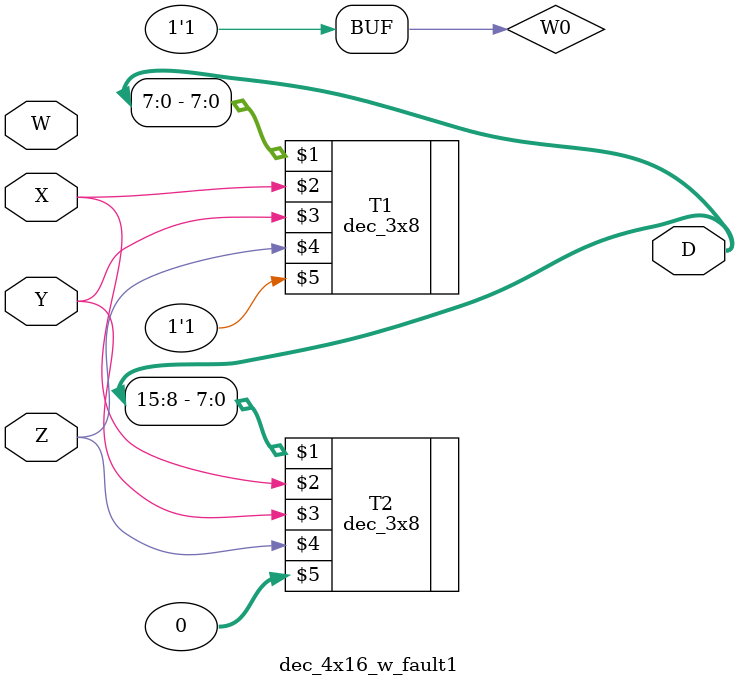
<source format=v>
`timescale 1ns / 1ps
module dec_4x16_w_fault1(output [15:0]D, input X,Y,Z,W);
wire W0;
not(W0,0);//SA0 fault at w wire before joint
dec_3x8 T1(D[7:0],X,Y,Z,W0), T2(D[15:8],X,Y,Z,0);

endmodule

</source>
